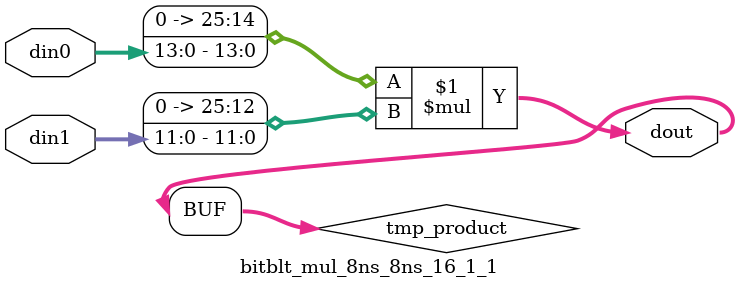
<source format=v>

`timescale 1 ns / 1 ps

  module bitblt_mul_8ns_8ns_16_1_1(din0, din1, dout);
parameter ID = 1;
parameter NUM_STAGE = 0;
parameter din0_WIDTH = 14;
parameter din1_WIDTH = 12;
parameter dout_WIDTH = 26;

input [din0_WIDTH - 1 : 0] din0; 
input [din1_WIDTH - 1 : 0] din1; 
output [dout_WIDTH - 1 : 0] dout;

wire signed [dout_WIDTH - 1 : 0] tmp_product;










assign tmp_product = $signed({1'b0, din0}) * $signed({1'b0, din1});











assign dout = tmp_product;







endmodule

</source>
